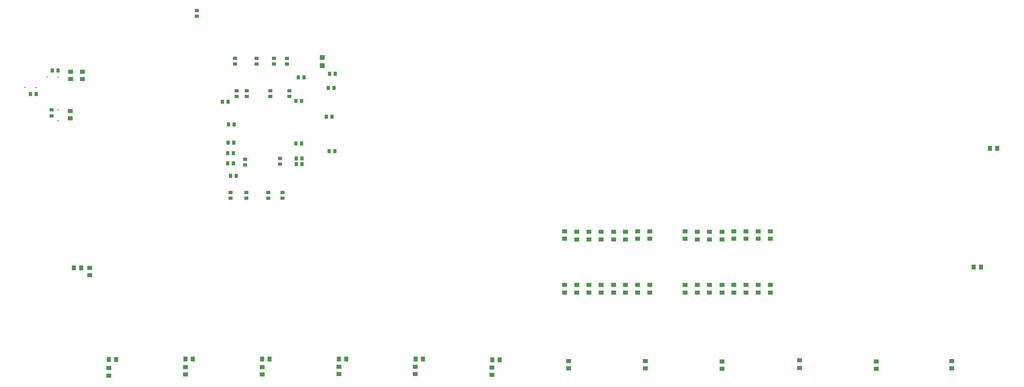
<source format=gbp>
G04 Layer_Color=128*
%FSLAX44Y44*%
%MOMM*%
G71*
G01*
G75*
%ADD11R,1.0000X0.9500*%
%ADD25R,0.9500X1.0000*%
%ADD28R,1.0000X1.1000*%
%ADD40R,0.9144X0.7112*%
%ADD41R,0.7112X0.9144*%
%ADD83R,0.4000X0.2500*%
%ADD84R,0.2500X0.4000*%
D11*
X1778000Y588250D02*
D03*
Y572750D02*
D03*
X1803000Y588250D02*
D03*
Y572750D02*
D03*
X1829000Y588250D02*
D03*
Y572750D02*
D03*
X1854000Y588250D02*
D03*
Y572750D02*
D03*
X1676000Y588250D02*
D03*
Y572750D02*
D03*
X1702000Y588250D02*
D03*
Y572750D02*
D03*
X1727000Y588250D02*
D03*
Y572750D02*
D03*
X1753000Y588250D02*
D03*
Y572750D02*
D03*
X1527000Y588250D02*
D03*
Y572750D02*
D03*
X1552000Y588250D02*
D03*
Y572750D02*
D03*
X1577000Y588250D02*
D03*
Y572750D02*
D03*
X1603000Y588250D02*
D03*
Y572750D02*
D03*
X1425000Y588250D02*
D03*
Y572750D02*
D03*
X1450000Y588250D02*
D03*
Y572750D02*
D03*
X1476000Y588250D02*
D03*
Y572750D02*
D03*
X1501000Y588250D02*
D03*
Y572750D02*
D03*
X1778000Y700250D02*
D03*
Y684750D02*
D03*
X1803600Y700250D02*
D03*
Y684750D02*
D03*
X1577501Y700250D02*
D03*
Y684750D02*
D03*
X1603000Y700250D02*
D03*
Y684750D02*
D03*
X1425000Y700250D02*
D03*
Y684750D02*
D03*
X1450000Y699250D02*
D03*
Y683750D02*
D03*
X1476000Y699250D02*
D03*
Y683750D02*
D03*
X1501000Y699250D02*
D03*
Y683750D02*
D03*
X1829000Y700250D02*
D03*
Y684750D02*
D03*
X1552000Y699250D02*
D03*
Y683750D02*
D03*
X1527000Y699250D02*
D03*
Y683750D02*
D03*
X1753000Y699250D02*
D03*
Y683750D02*
D03*
X1727000Y699250D02*
D03*
Y683750D02*
D03*
X1702000Y699250D02*
D03*
Y683750D02*
D03*
X1676000Y700250D02*
D03*
Y684750D02*
D03*
X2233000Y414250D02*
D03*
Y429750D02*
D03*
X2074750Y413250D02*
D03*
Y428750D02*
D03*
X434000Y624250D02*
D03*
Y608750D02*
D03*
X1854000Y700250D02*
D03*
Y684750D02*
D03*
X419400Y1034250D02*
D03*
Y1018750D02*
D03*
X394500Y1034250D02*
D03*
Y1018750D02*
D03*
X394000Y951750D02*
D03*
Y936250D02*
D03*
X1113750Y402250D02*
D03*
Y417750D02*
D03*
X1273750Y400250D02*
D03*
Y415750D02*
D03*
X793750Y416750D02*
D03*
Y401250D02*
D03*
X953750Y417750D02*
D03*
Y402250D02*
D03*
X474000Y399250D02*
D03*
Y414750D02*
D03*
X633750Y401250D02*
D03*
Y416750D02*
D03*
X1433750Y414250D02*
D03*
Y429750D02*
D03*
X1593750Y414250D02*
D03*
Y429750D02*
D03*
X1753750Y413250D02*
D03*
Y428750D02*
D03*
X1914750Y415250D02*
D03*
Y430750D02*
D03*
D25*
X2327750Y874000D02*
D03*
X2312250D02*
D03*
X2293750Y625500D02*
D03*
X2278250D02*
D03*
X634000Y434000D02*
D03*
X649500D02*
D03*
X474250Y433000D02*
D03*
X489750D02*
D03*
X401250Y624500D02*
D03*
X416750D02*
D03*
X1114250Y434000D02*
D03*
X1129750D02*
D03*
X1274250Y432000D02*
D03*
X1289750D02*
D03*
X809500Y434000D02*
D03*
X794000D02*
D03*
X969500D02*
D03*
X954000D02*
D03*
D28*
X919330Y1046250D02*
D03*
Y1063250D02*
D03*
D40*
X741000Y982031D02*
D03*
Y993969D02*
D03*
X762000Y982031D02*
D03*
Y993969D02*
D03*
X811000Y982031D02*
D03*
Y993969D02*
D03*
X851000Y982062D02*
D03*
Y994000D02*
D03*
X846000Y1061969D02*
D03*
Y1050031D02*
D03*
X831500Y852969D02*
D03*
Y841031D02*
D03*
X759000Y850969D02*
D03*
Y839031D02*
D03*
X354500Y942031D02*
D03*
Y953969D02*
D03*
X806500Y770031D02*
D03*
Y781969D02*
D03*
X836500Y770031D02*
D03*
Y781969D02*
D03*
X728000Y769531D02*
D03*
Y781469D02*
D03*
X761500Y769531D02*
D03*
Y781469D02*
D03*
X782000Y1061969D02*
D03*
Y1050031D02*
D03*
X737000Y1061969D02*
D03*
Y1050031D02*
D03*
X819000Y1061969D02*
D03*
Y1050031D02*
D03*
X657500Y1161469D02*
D03*
Y1149531D02*
D03*
D41*
X734000Y843000D02*
D03*
X722062D02*
D03*
X733969Y863500D02*
D03*
X722031D02*
D03*
X734969Y886000D02*
D03*
X723031D02*
D03*
X722969Y971250D02*
D03*
X711031D02*
D03*
X864031Y973000D02*
D03*
X875969D02*
D03*
X864031Y884000D02*
D03*
X875969D02*
D03*
X945938Y868000D02*
D03*
X934000D02*
D03*
X865031Y853000D02*
D03*
X876969D02*
D03*
X865031Y841000D02*
D03*
X876969D02*
D03*
X739969Y816000D02*
D03*
X728031D02*
D03*
X735969Y923500D02*
D03*
X724031D02*
D03*
X311031Y987500D02*
D03*
X322969D02*
D03*
X356531Y1036750D02*
D03*
X368469D02*
D03*
X869281Y1022000D02*
D03*
X881219D02*
D03*
X946719Y1029750D02*
D03*
X934781D02*
D03*
X943969Y1000000D02*
D03*
X932031D02*
D03*
X939969Y940000D02*
D03*
X928031D02*
D03*
D83*
X300070Y1001000D02*
D03*
X322930D02*
D03*
X345570Y1023000D02*
D03*
X368430D02*
D03*
D84*
X368500Y931070D02*
D03*
Y953930D02*
D03*
M02*

</source>
